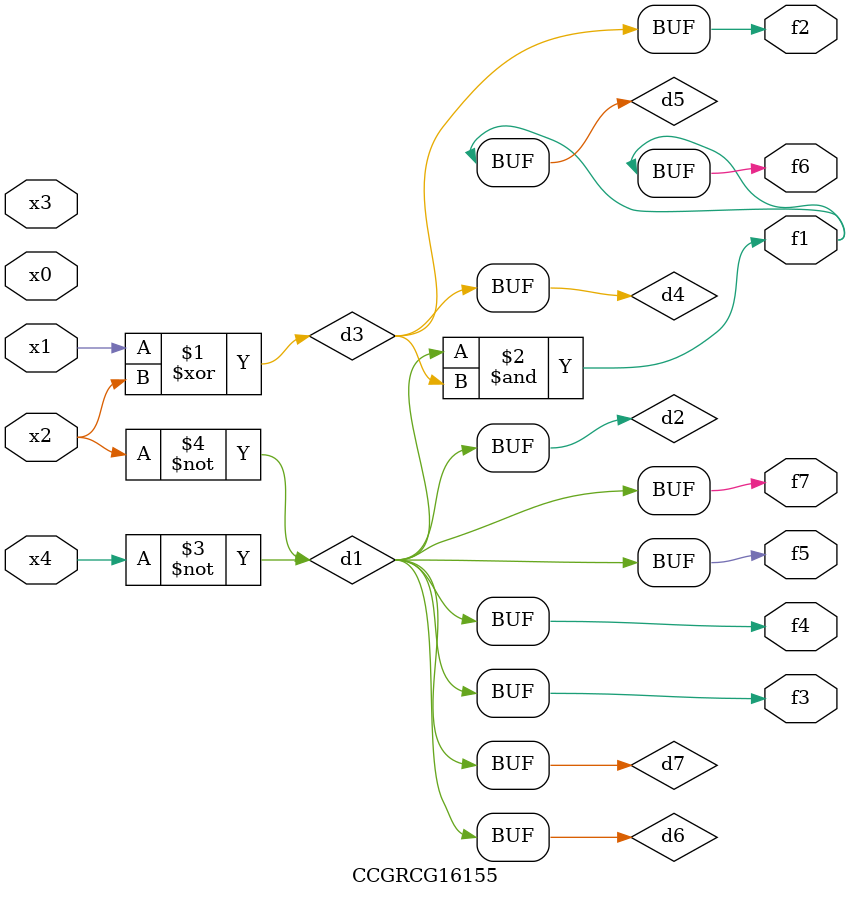
<source format=v>
module CCGRCG16155(
	input x0, x1, x2, x3, x4,
	output f1, f2, f3, f4, f5, f6, f7
);

	wire d1, d2, d3, d4, d5, d6, d7;

	not (d1, x4);
	not (d2, x2);
	xor (d3, x1, x2);
	buf (d4, d3);
	and (d5, d1, d3);
	buf (d6, d1, d2);
	buf (d7, d2);
	assign f1 = d5;
	assign f2 = d4;
	assign f3 = d7;
	assign f4 = d7;
	assign f5 = d7;
	assign f6 = d5;
	assign f7 = d7;
endmodule

</source>
